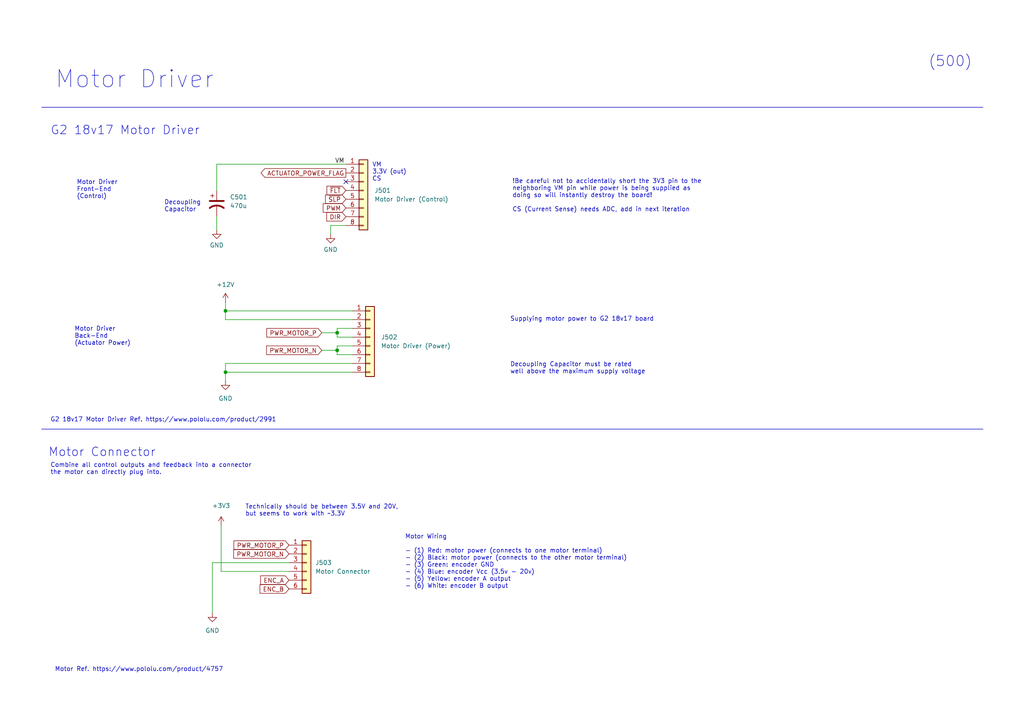
<source format=kicad_sch>
(kicad_sch (version 20230121) (generator eeschema)

  (uuid 98c0e50e-720a-465d-9e86-cc0fcdf69d73)

  (paper "A4")

  (title_block
    (title "Motor Driver Interface")
    (date "2022-10-30")
    (rev "HULA - 0.2")
    (company "Alexander S. Adranly")
  )

  (lib_symbols
    (symbol "Connector_Generic:Conn_01x06" (pin_names (offset 1.016) hide) (in_bom yes) (on_board yes)
      (property "Reference" "J" (at 0 7.62 0)
        (effects (font (size 1.27 1.27)))
      )
      (property "Value" "Conn_01x06" (at 0 -10.16 0)
        (effects (font (size 1.27 1.27)))
      )
      (property "Footprint" "" (at 0 0 0)
        (effects (font (size 1.27 1.27)) hide)
      )
      (property "Datasheet" "~" (at 0 0 0)
        (effects (font (size 1.27 1.27)) hide)
      )
      (property "ki_keywords" "connector" (at 0 0 0)
        (effects (font (size 1.27 1.27)) hide)
      )
      (property "ki_description" "Generic connector, single row, 01x06, script generated (kicad-library-utils/schlib/autogen/connector/)" (at 0 0 0)
        (effects (font (size 1.27 1.27)) hide)
      )
      (property "ki_fp_filters" "Connector*:*_1x??_*" (at 0 0 0)
        (effects (font (size 1.27 1.27)) hide)
      )
      (symbol "Conn_01x06_1_1"
        (rectangle (start -1.27 -7.493) (end 0 -7.747)
          (stroke (width 0.1524) (type default))
          (fill (type none))
        )
        (rectangle (start -1.27 -4.953) (end 0 -5.207)
          (stroke (width 0.1524) (type default))
          (fill (type none))
        )
        (rectangle (start -1.27 -2.413) (end 0 -2.667)
          (stroke (width 0.1524) (type default))
          (fill (type none))
        )
        (rectangle (start -1.27 0.127) (end 0 -0.127)
          (stroke (width 0.1524) (type default))
          (fill (type none))
        )
        (rectangle (start -1.27 2.667) (end 0 2.413)
          (stroke (width 0.1524) (type default))
          (fill (type none))
        )
        (rectangle (start -1.27 5.207) (end 0 4.953)
          (stroke (width 0.1524) (type default))
          (fill (type none))
        )
        (rectangle (start -1.27 6.35) (end 1.27 -8.89)
          (stroke (width 0.254) (type default))
          (fill (type background))
        )
        (pin passive line (at -5.08 5.08 0) (length 3.81)
          (name "Pin_1" (effects (font (size 1.27 1.27))))
          (number "1" (effects (font (size 1.27 1.27))))
        )
        (pin passive line (at -5.08 2.54 0) (length 3.81)
          (name "Pin_2" (effects (font (size 1.27 1.27))))
          (number "2" (effects (font (size 1.27 1.27))))
        )
        (pin passive line (at -5.08 0 0) (length 3.81)
          (name "Pin_3" (effects (font (size 1.27 1.27))))
          (number "3" (effects (font (size 1.27 1.27))))
        )
        (pin passive line (at -5.08 -2.54 0) (length 3.81)
          (name "Pin_4" (effects (font (size 1.27 1.27))))
          (number "4" (effects (font (size 1.27 1.27))))
        )
        (pin passive line (at -5.08 -5.08 0) (length 3.81)
          (name "Pin_5" (effects (font (size 1.27 1.27))))
          (number "5" (effects (font (size 1.27 1.27))))
        )
        (pin passive line (at -5.08 -7.62 0) (length 3.81)
          (name "Pin_6" (effects (font (size 1.27 1.27))))
          (number "6" (effects (font (size 1.27 1.27))))
        )
      )
    )
    (symbol "Connector_Generic:Conn_01x08" (pin_names (offset 1.016) hide) (in_bom yes) (on_board yes)
      (property "Reference" "J" (at 0 10.16 0)
        (effects (font (size 1.27 1.27)))
      )
      (property "Value" "Conn_01x08" (at 0 -12.7 0)
        (effects (font (size 1.27 1.27)))
      )
      (property "Footprint" "" (at 0 0 0)
        (effects (font (size 1.27 1.27)) hide)
      )
      (property "Datasheet" "~" (at 0 0 0)
        (effects (font (size 1.27 1.27)) hide)
      )
      (property "ki_keywords" "connector" (at 0 0 0)
        (effects (font (size 1.27 1.27)) hide)
      )
      (property "ki_description" "Generic connector, single row, 01x08, script generated (kicad-library-utils/schlib/autogen/connector/)" (at 0 0 0)
        (effects (font (size 1.27 1.27)) hide)
      )
      (property "ki_fp_filters" "Connector*:*_1x??_*" (at 0 0 0)
        (effects (font (size 1.27 1.27)) hide)
      )
      (symbol "Conn_01x08_1_1"
        (rectangle (start -1.27 -10.033) (end 0 -10.287)
          (stroke (width 0.1524) (type default))
          (fill (type none))
        )
        (rectangle (start -1.27 -7.493) (end 0 -7.747)
          (stroke (width 0.1524) (type default))
          (fill (type none))
        )
        (rectangle (start -1.27 -4.953) (end 0 -5.207)
          (stroke (width 0.1524) (type default))
          (fill (type none))
        )
        (rectangle (start -1.27 -2.413) (end 0 -2.667)
          (stroke (width 0.1524) (type default))
          (fill (type none))
        )
        (rectangle (start -1.27 0.127) (end 0 -0.127)
          (stroke (width 0.1524) (type default))
          (fill (type none))
        )
        (rectangle (start -1.27 2.667) (end 0 2.413)
          (stroke (width 0.1524) (type default))
          (fill (type none))
        )
        (rectangle (start -1.27 5.207) (end 0 4.953)
          (stroke (width 0.1524) (type default))
          (fill (type none))
        )
        (rectangle (start -1.27 7.747) (end 0 7.493)
          (stroke (width 0.1524) (type default))
          (fill (type none))
        )
        (rectangle (start -1.27 8.89) (end 1.27 -11.43)
          (stroke (width 0.254) (type default))
          (fill (type background))
        )
        (pin passive line (at -5.08 7.62 0) (length 3.81)
          (name "Pin_1" (effects (font (size 1.27 1.27))))
          (number "1" (effects (font (size 1.27 1.27))))
        )
        (pin passive line (at -5.08 5.08 0) (length 3.81)
          (name "Pin_2" (effects (font (size 1.27 1.27))))
          (number "2" (effects (font (size 1.27 1.27))))
        )
        (pin passive line (at -5.08 2.54 0) (length 3.81)
          (name "Pin_3" (effects (font (size 1.27 1.27))))
          (number "3" (effects (font (size 1.27 1.27))))
        )
        (pin passive line (at -5.08 0 0) (length 3.81)
          (name "Pin_4" (effects (font (size 1.27 1.27))))
          (number "4" (effects (font (size 1.27 1.27))))
        )
        (pin passive line (at -5.08 -2.54 0) (length 3.81)
          (name "Pin_5" (effects (font (size 1.27 1.27))))
          (number "5" (effects (font (size 1.27 1.27))))
        )
        (pin passive line (at -5.08 -5.08 0) (length 3.81)
          (name "Pin_6" (effects (font (size 1.27 1.27))))
          (number "6" (effects (font (size 1.27 1.27))))
        )
        (pin passive line (at -5.08 -7.62 0) (length 3.81)
          (name "Pin_7" (effects (font (size 1.27 1.27))))
          (number "7" (effects (font (size 1.27 1.27))))
        )
        (pin passive line (at -5.08 -10.16 0) (length 3.81)
          (name "Pin_8" (effects (font (size 1.27 1.27))))
          (number "8" (effects (font (size 1.27 1.27))))
        )
      )
    )
    (symbol "Device:C_Polarized_US" (pin_numbers hide) (pin_names (offset 0.254) hide) (in_bom yes) (on_board yes)
      (property "Reference" "C" (at 0.635 2.54 0)
        (effects (font (size 1.27 1.27)) (justify left))
      )
      (property "Value" "C_Polarized_US" (at 0.635 -2.54 0)
        (effects (font (size 1.27 1.27)) (justify left))
      )
      (property "Footprint" "" (at 0 0 0)
        (effects (font (size 1.27 1.27)) hide)
      )
      (property "Datasheet" "~" (at 0 0 0)
        (effects (font (size 1.27 1.27)) hide)
      )
      (property "ki_keywords" "cap capacitor" (at 0 0 0)
        (effects (font (size 1.27 1.27)) hide)
      )
      (property "ki_description" "Polarized capacitor, US symbol" (at 0 0 0)
        (effects (font (size 1.27 1.27)) hide)
      )
      (property "ki_fp_filters" "CP_*" (at 0 0 0)
        (effects (font (size 1.27 1.27)) hide)
      )
      (symbol "C_Polarized_US_0_1"
        (polyline
          (pts
            (xy -2.032 0.762)
            (xy 2.032 0.762)
          )
          (stroke (width 0.508) (type default))
          (fill (type none))
        )
        (polyline
          (pts
            (xy -1.778 2.286)
            (xy -0.762 2.286)
          )
          (stroke (width 0) (type default))
          (fill (type none))
        )
        (polyline
          (pts
            (xy -1.27 1.778)
            (xy -1.27 2.794)
          )
          (stroke (width 0) (type default))
          (fill (type none))
        )
        (arc (start 2.032 -1.27) (mid 0 -0.5572) (end -2.032 -1.27)
          (stroke (width 0.508) (type default))
          (fill (type none))
        )
      )
      (symbol "C_Polarized_US_1_1"
        (pin passive line (at 0 3.81 270) (length 2.794)
          (name "~" (effects (font (size 1.27 1.27))))
          (number "1" (effects (font (size 1.27 1.27))))
        )
        (pin passive line (at 0 -3.81 90) (length 3.302)
          (name "~" (effects (font (size 1.27 1.27))))
          (number "2" (effects (font (size 1.27 1.27))))
        )
      )
    )
    (symbol "power:+12V" (power) (pin_names (offset 0)) (in_bom yes) (on_board yes)
      (property "Reference" "#PWR" (at 0 -3.81 0)
        (effects (font (size 1.27 1.27)) hide)
      )
      (property "Value" "+12V" (at 0 3.556 0)
        (effects (font (size 1.27 1.27)))
      )
      (property "Footprint" "" (at 0 0 0)
        (effects (font (size 1.27 1.27)) hide)
      )
      (property "Datasheet" "" (at 0 0 0)
        (effects (font (size 1.27 1.27)) hide)
      )
      (property "ki_keywords" "power-flag" (at 0 0 0)
        (effects (font (size 1.27 1.27)) hide)
      )
      (property "ki_description" "Power symbol creates a global label with name \"+12V\"" (at 0 0 0)
        (effects (font (size 1.27 1.27)) hide)
      )
      (symbol "+12V_0_1"
        (polyline
          (pts
            (xy -0.762 1.27)
            (xy 0 2.54)
          )
          (stroke (width 0) (type default))
          (fill (type none))
        )
        (polyline
          (pts
            (xy 0 0)
            (xy 0 2.54)
          )
          (stroke (width 0) (type default))
          (fill (type none))
        )
        (polyline
          (pts
            (xy 0 2.54)
            (xy 0.762 1.27)
          )
          (stroke (width 0) (type default))
          (fill (type none))
        )
      )
      (symbol "+12V_1_1"
        (pin power_in line (at 0 0 90) (length 0) hide
          (name "+12V" (effects (font (size 1.27 1.27))))
          (number "1" (effects (font (size 1.27 1.27))))
        )
      )
    )
    (symbol "power:+3.3V" (power) (pin_names (offset 0)) (in_bom yes) (on_board yes)
      (property "Reference" "#PWR" (at 0 -3.81 0)
        (effects (font (size 1.27 1.27)) hide)
      )
      (property "Value" "+3.3V" (at 0 3.556 0)
        (effects (font (size 1.27 1.27)))
      )
      (property "Footprint" "" (at 0 0 0)
        (effects (font (size 1.27 1.27)) hide)
      )
      (property "Datasheet" "" (at 0 0 0)
        (effects (font (size 1.27 1.27)) hide)
      )
      (property "ki_keywords" "power-flag" (at 0 0 0)
        (effects (font (size 1.27 1.27)) hide)
      )
      (property "ki_description" "Power symbol creates a global label with name \"+3.3V\"" (at 0 0 0)
        (effects (font (size 1.27 1.27)) hide)
      )
      (symbol "+3.3V_0_1"
        (polyline
          (pts
            (xy -0.762 1.27)
            (xy 0 2.54)
          )
          (stroke (width 0) (type default))
          (fill (type none))
        )
        (polyline
          (pts
            (xy 0 0)
            (xy 0 2.54)
          )
          (stroke (width 0) (type default))
          (fill (type none))
        )
        (polyline
          (pts
            (xy 0 2.54)
            (xy 0.762 1.27)
          )
          (stroke (width 0) (type default))
          (fill (type none))
        )
      )
      (symbol "+3.3V_1_1"
        (pin power_in line (at 0 0 90) (length 0) hide
          (name "+3V3" (effects (font (size 1.27 1.27))))
          (number "1" (effects (font (size 1.27 1.27))))
        )
      )
    )
    (symbol "power:GND" (power) (pin_names (offset 0)) (in_bom yes) (on_board yes)
      (property "Reference" "#PWR" (at 0 -6.35 0)
        (effects (font (size 1.27 1.27)) hide)
      )
      (property "Value" "GND" (at 0 -3.81 0)
        (effects (font (size 1.27 1.27)))
      )
      (property "Footprint" "" (at 0 0 0)
        (effects (font (size 1.27 1.27)) hide)
      )
      (property "Datasheet" "" (at 0 0 0)
        (effects (font (size 1.27 1.27)) hide)
      )
      (property "ki_keywords" "power-flag" (at 0 0 0)
        (effects (font (size 1.27 1.27)) hide)
      )
      (property "ki_description" "Power symbol creates a global label with name \"GND\" , ground" (at 0 0 0)
        (effects (font (size 1.27 1.27)) hide)
      )
      (symbol "GND_0_1"
        (polyline
          (pts
            (xy 0 0)
            (xy 0 -1.27)
            (xy 1.27 -1.27)
            (xy 0 -2.54)
            (xy -1.27 -1.27)
            (xy 0 -1.27)
          )
          (stroke (width 0) (type default))
          (fill (type none))
        )
      )
      (symbol "GND_1_1"
        (pin power_in line (at 0 0 270) (length 0) hide
          (name "GND" (effects (font (size 1.27 1.27))))
          (number "1" (effects (font (size 1.27 1.27))))
        )
      )
    )
  )

  (junction (at 97.79 101.6) (diameter 0) (color 0 0 0 0)
    (uuid 12d7a035-104e-450b-b796-1a64563a0198)
  )
  (junction (at 65.405 107.95) (diameter 0) (color 0 0 0 0)
    (uuid 9b029195-8e3e-438f-bf26-f6680b6db475)
  )
  (junction (at 97.79 96.52) (diameter 0) (color 0 0 0 0)
    (uuid c0b7c45e-9707-4634-968e-07c584fe889b)
  )
  (junction (at 65.405 90.17) (diameter 0) (color 0 0 0 0)
    (uuid fb36c964-1ba5-4e4e-9c8f-39a03ccde9df)
  )

  (no_connect (at 100.33 52.705) (uuid f48cf247-db5a-4459-b67e-41a23a154c4f))

  (wire (pts (xy 97.79 101.6) (xy 93.345 101.6))
    (stroke (width 0) (type default))
    (uuid 030c2b52-d71c-40ce-b5dc-fa5d5e2a2222)
  )
  (wire (pts (xy 97.79 96.52) (xy 93.345 96.52))
    (stroke (width 0) (type default))
    (uuid 14866059-1ee4-474c-b3c7-95bb97102e4d)
  )
  (wire (pts (xy 83.82 165.735) (xy 64.135 165.735))
    (stroke (width 0) (type default))
    (uuid 373f9c30-0315-4946-8917-2620227184d6)
  )
  (wire (pts (xy 65.405 90.17) (xy 65.405 87.63))
    (stroke (width 0) (type default))
    (uuid 3a247c48-6761-4bb2-8603-5bc04a1afc17)
  )
  (wire (pts (xy 102.235 95.25) (xy 97.79 95.25))
    (stroke (width 0) (type default))
    (uuid 3dd210ed-0221-462e-97a8-5cdeddccddfb)
  )
  (wire (pts (xy 65.405 107.95) (xy 65.405 110.49))
    (stroke (width 0) (type default))
    (uuid 47f2a3a3-6010-4de6-b4af-85100fbb16eb)
  )
  (wire (pts (xy 64.135 165.735) (xy 64.135 152.4))
    (stroke (width 0) (type default))
    (uuid 4910df6b-92f5-4804-a6ba-d733a92bfd5f)
  )
  (wire (pts (xy 95.885 67.945) (xy 95.885 65.405))
    (stroke (width 0) (type default))
    (uuid 58d4b303-4de3-415a-b1d1-d4f9cea42c37)
  )
  (wire (pts (xy 83.82 163.195) (xy 61.595 163.195))
    (stroke (width 0) (type default))
    (uuid 65f90f88-c3e0-458c-a5e2-504af7dfb458)
  )
  (wire (pts (xy 62.865 66.675) (xy 62.865 62.865))
    (stroke (width 0) (type default))
    (uuid 691600b6-5154-4478-82f2-8fca89945df7)
  )
  (wire (pts (xy 97.79 97.79) (xy 97.79 96.52))
    (stroke (width 0) (type default))
    (uuid 69e733f4-3564-4077-9677-a4d92f02677b)
  )
  (wire (pts (xy 102.235 97.79) (xy 97.79 97.79))
    (stroke (width 0) (type default))
    (uuid 6c4145f9-930e-4266-8831-8e30461ca20f)
  )
  (wire (pts (xy 65.405 92.71) (xy 65.405 90.17))
    (stroke (width 0) (type default))
    (uuid 72372bed-8596-4da0-a186-7dd76adc4c2b)
  )
  (polyline (pts (xy 285.115 31.115) (xy 12.065 31.115))
    (stroke (width 0) (type default))
    (uuid 81e579a7-ff23-4c80-9979-35e9845efae0)
  )

  (wire (pts (xy 62.865 47.625) (xy 62.865 55.245))
    (stroke (width 0) (type default))
    (uuid 86868998-b231-489f-87e2-750ceec3f4e0)
  )
  (wire (pts (xy 95.885 65.405) (xy 100.33 65.405))
    (stroke (width 0) (type default))
    (uuid 8a3e8f12-92c8-4f21-82b0-8ce57af798b8)
  )
  (wire (pts (xy 97.79 95.25) (xy 97.79 96.52))
    (stroke (width 0) (type default))
    (uuid 8f002971-e81b-4039-874b-a95b0389154e)
  )
  (wire (pts (xy 102.235 107.95) (xy 65.405 107.95))
    (stroke (width 0) (type default))
    (uuid 94b0d68c-e968-4c96-91ea-056ace37133b)
  )
  (wire (pts (xy 61.595 163.195) (xy 61.595 177.8))
    (stroke (width 0) (type default))
    (uuid bc99f049-8248-4139-bd37-04ffa5950dcc)
  )
  (wire (pts (xy 102.235 105.41) (xy 65.405 105.41))
    (stroke (width 0) (type default))
    (uuid c1dfddbd-0c4a-4b7f-b97a-5daca73aeef7)
  )
  (wire (pts (xy 102.235 102.87) (xy 97.79 102.87))
    (stroke (width 0) (type default))
    (uuid c3064852-1f62-4753-ad84-0e8d6a515590)
  )
  (wire (pts (xy 100.33 47.625) (xy 62.865 47.625))
    (stroke (width 0) (type default))
    (uuid c834c35d-d140-47e8-8353-cc9d495bcc2d)
  )
  (wire (pts (xy 97.79 100.33) (xy 97.79 101.6))
    (stroke (width 0) (type default))
    (uuid cec7b8e4-a275-4656-ae2d-9cad18dc7a2e)
  )
  (polyline (pts (xy 12.065 124.46) (xy 285.115 124.46))
    (stroke (width 0) (type default))
    (uuid da720813-dc8e-44af-8f15-aca55caea990)
  )

  (wire (pts (xy 97.79 102.87) (xy 97.79 101.6))
    (stroke (width 0) (type default))
    (uuid dbde848b-b94f-4217-90e6-6900fdbe8601)
  )
  (wire (pts (xy 65.405 105.41) (xy 65.405 107.95))
    (stroke (width 0) (type default))
    (uuid eb9f7583-f3ab-417a-a97c-e1aa52a301c2)
  )
  (wire (pts (xy 102.235 100.33) (xy 97.79 100.33))
    (stroke (width 0) (type default))
    (uuid fcdd54fb-abab-4f8d-b343-51737d45b29a)
  )
  (wire (pts (xy 65.405 90.17) (xy 102.235 90.17))
    (stroke (width 0) (type default))
    (uuid fdcb6be8-f9e0-4d04-bfd0-5c8950bfb513)
  )
  (wire (pts (xy 102.235 92.71) (xy 65.405 92.71))
    (stroke (width 0) (type default))
    (uuid ff524054-9cec-4a4d-8fdb-74154c3d5cb0)
  )

  (text "Motor Ref. https://www.pololu.com/product/4757" (at 15.875 194.945 0)
    (effects (font (size 1.27 1.27)) (justify left bottom))
    (uuid 1b01e3f2-d793-4e1a-9f59-9a9b0e43abc7)
  )
  (text "Technically should be between 3.5V and 20V,\nbut seems to work with ~3.3V"
    (at 71.12 149.86 0)
    (effects (font (size 1.27 1.27)) (justify left bottom))
    (uuid 2144809b-44b4-44c3-8139-cd850d40d5f0)
  )
  (text "!Be careful not to accidentally short the 3V3 pin to the \nneighboring VM pin while power is being supplied as \ndoing so will instantly destroy the board!\n\nCS (Current Sense) needs ADC, add in next iteration"
    (at 148.59 61.595 0)
    (effects (font (size 1.27 1.27)) (justify left bottom))
    (uuid 34fa5cbc-6983-4c83-8a53-367ffce5a937)
  )
  (text "Motor Wiring\n\n- (1) Red: motor power (connects to one motor terminal)\n- (2) Black: motor power (connects to the other motor terminal)\n- (3) Green: encoder GND\n- (4) Blue: encoder Vcc (3.5v - 20v)\n- (5) Yellow: encoder A output\n- (6) White: encoder B output"
    (at 117.475 170.815 0)
    (effects (font (size 1.27 1.27)) (justify left bottom))
    (uuid 3b61d41c-522b-4e02-8616-e93b84524f2a)
  )
  (text "VM\n3.3V (out)\nCS" (at 107.95 52.705 0)
    (effects (font (size 1.27 1.27)) (justify left bottom))
    (uuid 40ff59de-0eb0-43a2-9e43-c870e5b10607)
  )
  (text "Supplying motor power to G2 18v17 board" (at 147.955 93.345 0)
    (effects (font (size 1.27 1.27)) (justify left bottom))
    (uuid 52ce5fac-fe6a-4934-9e9a-d8b6fa7c556d)
  )
  (text "Motor Driver" (at 15.875 26.035 0)
    (effects (font (size 5 5)) (justify left bottom))
    (uuid 779ae099-5a72-4a48-bc2e-eea936769756)
  )
  (text "Decoupling Capacitor must be rated\nwell above the maximum supply voltage"
    (at 147.955 108.585 0)
    (effects (font (size 1.27 1.27)) (justify left bottom))
    (uuid 7bf9ecd1-855f-4ad2-9d4e-3fadbbf5532f)
  )
  (text "Motor Connector" (at 13.97 132.715 0)
    (effects (font (size 2.5 2.5)) (justify left bottom))
    (uuid 7f8f7eb0-f0d8-472a-b0f5-68299bc9272a)
  )
  (text "G2 18v17 Motor Driver Ref. https://www.pololu.com/product/2991"
    (at 14.605 122.555 0)
    (effects (font (size 1.27 1.27)) (justify left bottom))
    (uuid 8a82d4f3-cd8c-4b8e-a694-635db8d8c293)
  )
  (text "(500)" (at 269.24 19.685 0)
    (effects (font (size 3 3)) (justify left bottom))
    (uuid a455b6f8-a2aa-499c-b916-14e37f2847c9)
  )
  (text "Combine all control outputs and feedback into a connector\nthe motor can directly plug into."
    (at 14.605 137.795 0)
    (effects (font (size 1.27 1.27)) (justify left bottom))
    (uuid a64c4b18-45ea-4519-ac7f-d65cf9d7cf65)
  )
  (text "Motor Driver \nBack-End \n(Actuator Power)" (at 21.59 100.33 0)
    (effects (font (size 1.27 1.27)) (justify left bottom))
    (uuid c1c0e572-0627-44e8-8463-bea7a72e7f07)
  )
  (text "Decoupling\nCapacitor" (at 47.625 61.595 0)
    (effects (font (size 1.27 1.27)) (justify left bottom))
    (uuid cc6d920d-d951-431f-9366-225115c7fdbc)
  )
  (text "G2 18v17 Motor Driver" (at 14.605 39.37 0)
    (effects (font (size 2.5 2.5)) (justify left bottom))
    (uuid f4bae345-f018-4132-8377-f78096715930)
  )
  (text "Motor Driver \nFront-End \n(Control)" (at 22.225 57.785 0)
    (effects (font (size 1.27 1.27)) (justify left bottom))
    (uuid f6cb4121-1fae-4d0c-b1e2-940f21b5f3e6)
  )

  (label "VM" (at 97.155 47.625 0) (fields_autoplaced)
    (effects (font (size 1.27 1.27)) (justify left bottom))
    (uuid b5426906-00db-4ed4-a574-ac3c16be5c5d)
  )

  (global_label "ENC_B" (shape input) (at 83.82 170.815 180) (fields_autoplaced)
    (effects (font (size 1.27 1.27)) (justify right))
    (uuid 07162100-b73a-47ad-b21d-b0ac9a55f033)
    (property "Intersheetrefs" "${INTERSHEET_REFS}" (at 75.4198 170.7356 0)
      (effects (font (size 1.27 1.27)) (justify right) hide)
    )
  )
  (global_label "PWR_MOTOR_N" (shape input) (at 83.82 160.655 180) (fields_autoplaced)
    (effects (font (size 1.27 1.27)) (justify right))
    (uuid 0ce79edc-b58f-454e-b34d-5c13fd8a1ff2)
    (property "Intersheetrefs" "${INTERSHEET_REFS}" (at 67.7998 160.5756 0)
      (effects (font (size 1.27 1.27)) (justify right) hide)
    )
  )
  (global_label "DIR" (shape input) (at 100.33 62.865 180) (fields_autoplaced)
    (effects (font (size 1.27 1.27)) (justify right))
    (uuid 22b75342-63fb-4951-8934-15fb4f46d054)
    (property "Intersheetrefs" "${INTERSHEET_REFS}" (at 94.7721 62.7856 0)
      (effects (font (size 1.27 1.27)) (justify right) hide)
    )
  )
  (global_label "PWM" (shape input) (at 100.33 60.325 180) (fields_autoplaced)
    (effects (font (size 1.27 1.27)) (justify right))
    (uuid 322bbe7e-2df4-4b78-87ec-a4ecf7564d4b)
    (property "Intersheetrefs" "${INTERSHEET_REFS}" (at 93.744 60.2456 0)
      (effects (font (size 1.27 1.27)) (justify right) hide)
    )
  )
  (global_label "ENC_A" (shape input) (at 83.82 168.275 180) (fields_autoplaced)
    (effects (font (size 1.27 1.27)) (justify right))
    (uuid 3771d992-66bc-4a46-80d1-52f44b6d575c)
    (property "Intersheetrefs" "${INTERSHEET_REFS}" (at 75.6012 168.1956 0)
      (effects (font (size 1.27 1.27)) (justify right) hide)
    )
  )
  (global_label "PWR_MOTOR_P" (shape input) (at 93.345 96.52 180) (fields_autoplaced)
    (effects (font (size 1.27 1.27)) (justify right))
    (uuid 48dbe5cc-8e7f-4b92-8b84-97dacba08e62)
    (property "Intersheetrefs" "${INTERSHEET_REFS}" (at 77.3852 96.4406 0)
      (effects (font (size 1.27 1.27)) (justify right) hide)
    )
  )
  (global_label "ACTUATOR_POWER_FLAG" (shape output) (at 100.33 50.165 180) (fields_autoplaced)
    (effects (font (size 1.27 1.27)) (justify right))
    (uuid 81214485-b202-4a36-95c3-370ab9764918)
    (property "Intersheetrefs" "${INTERSHEET_REFS}" (at 75.7221 50.0856 0)
      (effects (font (size 1.27 1.27)) (justify right) hide)
    )
  )
  (global_label "PWR_MOTOR_N" (shape input) (at 93.345 101.6 180) (fields_autoplaced)
    (effects (font (size 1.27 1.27)) (justify right))
    (uuid 9b10eefe-68a2-4cc3-aae1-84e1730b2716)
    (property "Intersheetrefs" "${INTERSHEET_REFS}" (at 77.3248 101.5206 0)
      (effects (font (size 1.27 1.27)) (justify right) hide)
    )
  )
  (global_label "PWR_MOTOR_P" (shape input) (at 83.82 158.115 180) (fields_autoplaced)
    (effects (font (size 1.27 1.27)) (justify right))
    (uuid 9bcc9275-f932-4194-87ec-3700596cbfc1)
    (property "Intersheetrefs" "${INTERSHEET_REFS}" (at 67.8602 158.0356 0)
      (effects (font (size 1.27 1.27)) (justify right) hide)
    )
  )
  (global_label "~{FLT}" (shape input) (at 100.33 55.245 180) (fields_autoplaced)
    (effects (font (size 1.27 1.27)) (justify right))
    (uuid c4d6715d-8dc0-420d-a115-122c185309f3)
    (property "Intersheetrefs" "${INTERSHEET_REFS}" (at 94.8326 55.1656 0)
      (effects (font (size 1.27 1.27)) (justify right) hide)
    )
  )
  (global_label "~{SLP}" (shape input) (at 100.33 57.785 180) (fields_autoplaced)
    (effects (font (size 1.27 1.27)) (justify right))
    (uuid f1187cb5-4ae7-4eb0-a021-0c88ed55a30d)
    (property "Intersheetrefs" "${INTERSHEET_REFS}" (at 94.4093 57.7056 0)
      (effects (font (size 1.27 1.27)) (justify right) hide)
    )
  )

  (symbol (lib_id "power:GND") (at 62.865 66.675 0) (unit 1)
    (in_bom yes) (on_board yes) (dnp no) (fields_autoplaced)
    (uuid 26342239-93ec-411b-8936-cf5ef083d1b5)
    (property "Reference" "#PWR0103" (at 62.865 73.025 0)
      (effects (font (size 1.27 1.27)) hide)
    )
    (property "Value" "GND" (at 62.865 71.12 0)
      (effects (font (size 1.27 1.27)))
    )
    (property "Footprint" "" (at 62.865 66.675 0)
      (effects (font (size 1.27 1.27)) hide)
    )
    (property "Datasheet" "" (at 62.865 66.675 0)
      (effects (font (size 1.27 1.27)) hide)
    )
    (pin "1" (uuid 964652b6-7799-4c77-bddc-1969eb22ea36))
    (instances
      (project "motor_controller"
        (path "/e63e39d7-6ac0-4ffd-8aa3-1841a4541b55/1f5e6c63-02d6-4306-89ff-6792d9e2a954"
          (reference "#PWR0103") (unit 1)
        )
      )
    )
  )

  (symbol (lib_id "Connector_Generic:Conn_01x08") (at 107.315 97.79 0) (unit 1)
    (in_bom yes) (on_board yes) (dnp no) (fields_autoplaced)
    (uuid 2ca75029-b65e-4f01-8d26-025fe2264ced)
    (property "Reference" "J502" (at 110.49 97.7899 0)
      (effects (font (size 1.27 1.27)) (justify left))
    )
    (property "Value" "Motor Driver (Power)" (at 110.49 100.3299 0)
      (effects (font (size 1.27 1.27)) (justify left))
    )
    (property "Footprint" "Connector_PinSocket_2.54mm:PinSocket_1x08_P2.54mm_Vertical" (at 107.315 97.79 0)
      (effects (font (size 1.27 1.27)) hide)
    )
    (property "Datasheet" "~" (at 107.315 97.79 0)
      (effects (font (size 1.27 1.27)) hide)
    )
    (pin "1" (uuid b84a7cb6-c557-411a-b68a-e2ef1a3cd2d3))
    (pin "2" (uuid 3d5ff1a4-39c9-4d74-bdf2-b25658b6fb44))
    (pin "3" (uuid 7c02e4ac-b219-4394-88fd-5f1bff0e4084))
    (pin "4" (uuid d61b4a07-386e-408b-9033-b22a8b79e947))
    (pin "5" (uuid 8b4d6ec6-99e2-4e1b-8a01-57e530e8719d))
    (pin "6" (uuid abd239d3-c235-46ae-9948-8c2705e7acd1))
    (pin "7" (uuid 75a0a9df-597b-4b32-84dc-c36029951a18))
    (pin "8" (uuid da9f8ea8-80d1-40cb-a2a6-55bc9f115fe9))
    (instances
      (project "motor_controller"
        (path "/e63e39d7-6ac0-4ffd-8aa3-1841a4541b55/1f5e6c63-02d6-4306-89ff-6792d9e2a954"
          (reference "J502") (unit 1)
        )
      )
    )
  )

  (symbol (lib_id "Connector_Generic:Conn_01x08") (at 105.41 55.245 0) (unit 1)
    (in_bom yes) (on_board yes) (dnp no) (fields_autoplaced)
    (uuid 2faa6eb2-532e-4360-8e8f-36b003c221a1)
    (property "Reference" "J501" (at 108.585 55.2449 0)
      (effects (font (size 1.27 1.27)) (justify left))
    )
    (property "Value" "Motor Driver (Control)" (at 108.585 57.7849 0)
      (effects (font (size 1.27 1.27)) (justify left))
    )
    (property "Footprint" "Connector_PinSocket_2.54mm:PinSocket_1x08_P2.54mm_Vertical" (at 105.41 55.245 0)
      (effects (font (size 1.27 1.27)) hide)
    )
    (property "Datasheet" "~" (at 105.41 55.245 0)
      (effects (font (size 1.27 1.27)) hide)
    )
    (pin "1" (uuid f0705cfe-bf1b-4161-b80c-118d8e40dc33))
    (pin "2" (uuid 4818c70a-48a2-494c-a91d-d0b80bcede0a))
    (pin "3" (uuid c1a0cd83-9437-4ff1-8ba3-081c3eb33f4d))
    (pin "4" (uuid cf648baf-baac-4537-82a6-9bac6586bdd1))
    (pin "5" (uuid 7e207c21-c7b4-43c1-948f-f57b25826baf))
    (pin "6" (uuid 6903d56f-74f5-4f2a-88ea-e29c9f5b6626))
    (pin "7" (uuid 73e16ed1-d01f-4216-9c34-6320d4053ac2))
    (pin "8" (uuid 8f49b75a-efc3-4471-a882-0c0c8ebead1e))
    (instances
      (project "motor_controller"
        (path "/e63e39d7-6ac0-4ffd-8aa3-1841a4541b55/1f5e6c63-02d6-4306-89ff-6792d9e2a954"
          (reference "J501") (unit 1)
        )
      )
    )
  )

  (symbol (lib_id "Device:C_Polarized_US") (at 62.865 59.055 0) (unit 1)
    (in_bom yes) (on_board yes) (dnp no) (fields_autoplaced)
    (uuid 6a32212b-5fd6-484e-b4e3-72fdd95ec66a)
    (property "Reference" "C501" (at 66.675 57.1499 0)
      (effects (font (size 1.27 1.27)) (justify left))
    )
    (property "Value" "470u" (at 66.675 59.6899 0)
      (effects (font (size 1.27 1.27)) (justify left))
    )
    (property "Footprint" "Capacitor_THT:CP_Radial_D8.0mm_P3.50mm" (at 62.865 59.055 0)
      (effects (font (size 1.27 1.27)) hide)
    )
    (property "Datasheet" "~" (at 62.865 59.055 0)
      (effects (font (size 1.27 1.27)) hide)
    )
    (property "Description" "Bought externally, pulled from stash for now" (at 62.865 59.055 0)
      (effects (font (size 1.27 1.27)) hide)
    )
    (pin "1" (uuid 5a797c53-7285-4f49-a07a-f00cf8a89b7c))
    (pin "2" (uuid 85ea2bce-6ce8-41cc-ae21-3f734f22c454))
    (instances
      (project "motor_controller"
        (path "/e63e39d7-6ac0-4ffd-8aa3-1841a4541b55/1f5e6c63-02d6-4306-89ff-6792d9e2a954"
          (reference "C501") (unit 1)
        )
      )
    )
  )

  (symbol (lib_id "power:GND") (at 95.885 67.945 0) (unit 1)
    (in_bom yes) (on_board yes) (dnp no) (fields_autoplaced)
    (uuid 73ac2ee3-35a1-400e-b778-fd7f2feac1a2)
    (property "Reference" "#PWR029" (at 95.885 74.295 0)
      (effects (font (size 1.27 1.27)) hide)
    )
    (property "Value" "GND" (at 95.885 72.39 0)
      (effects (font (size 1.27 1.27)))
    )
    (property "Footprint" "" (at 95.885 67.945 0)
      (effects (font (size 1.27 1.27)) hide)
    )
    (property "Datasheet" "" (at 95.885 67.945 0)
      (effects (font (size 1.27 1.27)) hide)
    )
    (pin "1" (uuid 6b5bb895-1b5e-4dcc-b013-1fe8962f889c))
    (instances
      (project "motor_controller"
        (path "/e63e39d7-6ac0-4ffd-8aa3-1841a4541b55/1f5e6c63-02d6-4306-89ff-6792d9e2a954"
          (reference "#PWR029") (unit 1)
        )
      )
    )
  )

  (symbol (lib_id "power:+12V") (at 65.405 87.63 0) (unit 1)
    (in_bom yes) (on_board yes) (dnp no) (fields_autoplaced)
    (uuid 94e66ab3-bcac-41ba-a681-ee19304a38cf)
    (property "Reference" "#PWR026" (at 65.405 91.44 0)
      (effects (font (size 1.27 1.27)) hide)
    )
    (property "Value" "+12V" (at 65.405 82.55 0)
      (effects (font (size 1.27 1.27)))
    )
    (property "Footprint" "" (at 65.405 87.63 0)
      (effects (font (size 1.27 1.27)) hide)
    )
    (property "Datasheet" "" (at 65.405 87.63 0)
      (effects (font (size 1.27 1.27)) hide)
    )
    (pin "1" (uuid 0b731732-2b45-49ae-a3af-4458dbd29aa7))
    (instances
      (project "motor_controller"
        (path "/e63e39d7-6ac0-4ffd-8aa3-1841a4541b55/1f5e6c63-02d6-4306-89ff-6792d9e2a954"
          (reference "#PWR026") (unit 1)
        )
      )
    )
  )

  (symbol (lib_id "Connector_Generic:Conn_01x06") (at 88.9 163.195 0) (unit 1)
    (in_bom yes) (on_board yes) (dnp no) (fields_autoplaced)
    (uuid abdb9bc0-35ac-4beb-9ab5-3aa967cbf057)
    (property "Reference" "J503" (at 91.44 163.1949 0)
      (effects (font (size 1.27 1.27)) (justify left))
    )
    (property "Value" "Motor Connector" (at 91.44 165.7349 0)
      (effects (font (size 1.27 1.27)) (justify left))
    )
    (property "Footprint" "Connector_PinHeader_2.54mm:PinHeader_1x06_P2.54mm_Vertical" (at 88.9 163.195 0)
      (effects (font (size 1.27 1.27)) hide)
    )
    (property "Datasheet" "~" (at 88.9 163.195 0)
      (effects (font (size 1.27 1.27)) hide)
    )
    (pin "1" (uuid 5dbfed23-12fc-4e5d-bbbf-598b98faf875))
    (pin "2" (uuid d9eb9609-48fb-4749-ac7c-965f32805e52))
    (pin "3" (uuid 5b4ec78e-7f82-4c9c-8be9-d62e5e9aee4d))
    (pin "4" (uuid 098a2e9f-e30d-4696-8ce7-4e644e47d838))
    (pin "5" (uuid 9b663e30-adde-42a3-a79f-d51f6a4dccb2))
    (pin "6" (uuid a89ceeb8-3fef-4abf-a2dd-210e9d9f223e))
    (instances
      (project "motor_controller"
        (path "/e63e39d7-6ac0-4ffd-8aa3-1841a4541b55/1f5e6c63-02d6-4306-89ff-6792d9e2a954"
          (reference "J503") (unit 1)
        )
      )
    )
  )

  (symbol (lib_id "power:GND") (at 65.405 110.49 0) (unit 1)
    (in_bom yes) (on_board yes) (dnp no) (fields_autoplaced)
    (uuid af6d7237-c63c-4288-a0fa-08d25bc811c8)
    (property "Reference" "#PWR027" (at 65.405 116.84 0)
      (effects (font (size 1.27 1.27)) hide)
    )
    (property "Value" "GND" (at 65.405 115.57 0)
      (effects (font (size 1.27 1.27)))
    )
    (property "Footprint" "" (at 65.405 110.49 0)
      (effects (font (size 1.27 1.27)) hide)
    )
    (property "Datasheet" "" (at 65.405 110.49 0)
      (effects (font (size 1.27 1.27)) hide)
    )
    (pin "1" (uuid 6799cd67-5fb4-41c5-8097-e26e863a7eff))
    (instances
      (project "motor_controller"
        (path "/e63e39d7-6ac0-4ffd-8aa3-1841a4541b55/1f5e6c63-02d6-4306-89ff-6792d9e2a954"
          (reference "#PWR027") (unit 1)
        )
      )
    )
  )

  (symbol (lib_id "power:GND") (at 61.595 177.8 0) (unit 1)
    (in_bom yes) (on_board yes) (dnp no)
    (uuid bbadadc6-8a63-4350-a189-b957d91f378a)
    (property "Reference" "#PWR034" (at 61.595 184.15 0)
      (effects (font (size 1.27 1.27)) hide)
    )
    (property "Value" "GND" (at 61.595 182.88 0)
      (effects (font (size 1.27 1.27)))
    )
    (property "Footprint" "" (at 61.595 177.8 0)
      (effects (font (size 1.27 1.27)) hide)
    )
    (property "Datasheet" "" (at 61.595 177.8 0)
      (effects (font (size 1.27 1.27)) hide)
    )
    (pin "1" (uuid d3384680-f481-49d3-aa14-4327037b0295))
    (instances
      (project "motor_controller"
        (path "/e63e39d7-6ac0-4ffd-8aa3-1841a4541b55/1f5e6c63-02d6-4306-89ff-6792d9e2a954"
          (reference "#PWR034") (unit 1)
        )
      )
    )
  )

  (symbol (lib_id "power:+3.3V") (at 64.135 152.4 0) (unit 1)
    (in_bom yes) (on_board yes) (dnp no) (fields_autoplaced)
    (uuid c89dd529-b4f1-47d4-8eff-df2d1deed298)
    (property "Reference" "#PWR035" (at 64.135 156.21 0)
      (effects (font (size 1.27 1.27)) hide)
    )
    (property "Value" "+3.3V" (at 64.135 146.685 0)
      (effects (font (size 1.27 1.27)))
    )
    (property "Footprint" "" (at 64.135 152.4 0)
      (effects (font (size 1.27 1.27)) hide)
    )
    (property "Datasheet" "" (at 64.135 152.4 0)
      (effects (font (size 1.27 1.27)) hide)
    )
    (pin "1" (uuid 1f9c6e46-1f29-484f-9959-e97bb00ac6e7))
    (instances
      (project "motor_controller"
        (path "/e63e39d7-6ac0-4ffd-8aa3-1841a4541b55/1f5e6c63-02d6-4306-89ff-6792d9e2a954"
          (reference "#PWR035") (unit 1)
        )
      )
    )
  )
)

</source>
